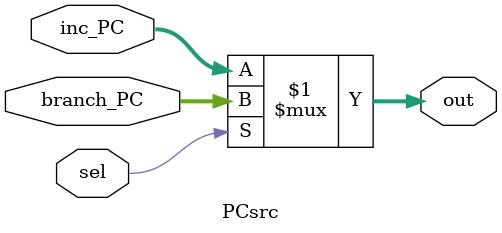
<source format=sv>
module PCsrc #(
    parameter Data_width=32
) (
    input [Data_width-1:0] branch_PC, //first port
    input [Data_width-1:0] inc_PC, //second port 
    input sel, 
    output [Data_width-1:0] out
);
    assign out = sel ? branch_PC:inc_PC;
endmodule

</source>
